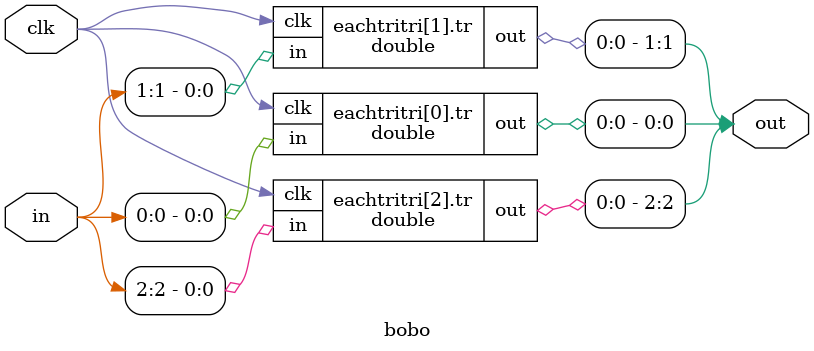
<source format=sv>
`timescale 1ns/10ps // time scale

module buf4 (dataIn, dataOut, clk);
	output logic [3:0] dataOut;
	input logic [3:0] dataIn;
	input logic clk;
		
	genvar i;
	
	generate
		for (i=0; i<4; i++) begin : eachDff
			D_FF dff (dataOut[i], dataIn[i] , 1'b0, clk);
		end
	endgenerate
	
endmodule



module buf6 (in, out, clk);
	input logic [5:0] in;
	output logic [5:0] out;
	input logic clk;
	
	genvar i;
	
	generate
		for (i=0; i<6; i++) begin : eachDff
			D_FF dff (out[i], in[i] , 1'b0, clk);
		end
	endgenerate
	
endmodule 


module buf6_2(in, out, clk);
    input logic [5:0] in;
	output logic [5:0] out;
	input logic clk;
	logic [5:0] ini;
	
	buf6 b0 (in, ini, clk);
	buf6 b1(ini, out, clk);
	
endmodule

module buf4_3 (dataIn, dataOut, clk);
	output logic [3:0] dataOut;
	input logic [3:0] dataIn;
	input logic clk;
	logic [3:0] data1, data2;
	
	buf4 b0 (dataIn, data1, clk);
	buf4 b1 (data1, data2, clk);
	buf4 b3 (data2, dataOut, clk);
	
endmodule


// 5-bit buffer
module buf5 (dataIn, dataOut,  rst, clk);
	output logic [4:0] dataOut;
	input logic [4:0] dataIn;
	input logic clk, rst;
		
	genvar i;
	
	generate
		for (i=0; i<5; i++) begin : eachDff
			D_FFi dff (dataOut[i], dataIn[i] , rst, clk);
		end
	endgenerate
	
endmodule 

module D_FFi (q, d, reset, clk);
	output reg q;
	input d, reset, clk;
	
	always_ff @(posedge clk)
	if (reset)
		q <= 1; // On reset, set to 0
	else
		q <= d; // Otherwise out = d
endmodule 

module buf5_2 (datain, dataout, rst,  clk);
	output logic [4:0] dataout;
	input logic [4:0] datain;
	input logic clk, rst;
	logic [4:0] data1, data2;
	
	buf5 b0 (datain, data1, rst,clk);
	buf5 b1 (data1, data2, rst,clk);
	buf5 b3 (data2, dataout, rst, clk);
	
endmodule 

// 9-bit buffer
module buf9 (dataIn, dataOut, clk);
	output logic [8:0] dataOut;
	input logic [8:0] dataIn;
	input logic clk;
	
	genvar i;
	
	generate
		for (i=0; i<9; i++) begin : eachDff
			D_FF dff (dataOut[i], dataIn[i] , 1'b0, clk);
		end
	endgenerate
	
endmodule 

// 12-bit buffer
module buf12 (dataIn, dataOut, clk);
	output logic [11:0] dataOut;
	input logic [11:0] dataIn;
	input logic clk;
	
	genvar i;
	
	generate
		for (i=0; i<12; i++) begin : eachDff
			D_FF dff (dataOut[i], dataIn[i] , 1'b0, clk);
		end
	endgenerate
	
endmodule 

// 16-bit buffer
module buf16 (dataIn, dataOut, clk);
	output logic [15:0] dataOut;
	input logic [15:0] dataIn;
	input logic clk;
	
	genvar i;
	
	generate
		for (i=0; i<16; i++) begin : eachDff
			D_FF dff (dataOut[i], dataIn[i] , 1'b0, clk);
		end
	endgenerate
	
endmodule

// 19-bit buffer
module buf19 (dataIn, dataOut, clk);
	output logic [18:0] dataOut;
	input logic [18:0] dataIn;
	input logic clk;
	
	genvar i;
	
	generate
		for (i=0; i<19; i++) begin : eachDff
			D_FF dff (dataOut[i], dataIn[i] , 1'b0, clk);
		end
	endgenerate
	
endmodule

module buf32(dataout, datain, rst, clk);
	output logic [31:0] dataout;
	input logic [31:0] datain;
	input logic rst, clk;
	
	genvar i;
	generate
		for (i = 0; i < 32; i++) begin : eachdff
			D_FF dff (dataout[i], datain[i], rst, clk);
		end
	endgenerate
endmodule 

// 64-bit buffer
module buf64 (dataIn, dataOut, clk);
	output logic [63:0] dataOut;
	input logic [63:0] dataIn;
	input logic clk;
	
	genvar i;
	
	generate
		for (i=0; i<64; i++) begin : eachDff
			D_FF dff (dataOut[i], dataIn[i] , 1'b0, clk);
		end
	endgenerate
	
endmodule 

module buf26 (dataIn, dataOut, clk);
	output logic [25:0] dataOut;
	input logic [25:0] dataIn;
	input logic clk;
	
	genvar i;
	
	generate
		for (i=0; i<26; i++) begin : eachDff
			D_FF dff (dataOut[i], dataIn[i] , 1'b0, clk);
		end
	endgenerate
	
endmodule 

module double (out, in, clk);
	input logic in;
	input logic clk;
	output logic out;
	logic ini;
	
	D_FF d1 (ini, in, 1'b0, clk);
	D_FF d11 (out, ini, 1'b0, clk);

endmodule

module doubleWr (out, in, rst, clk);
	input logic rst, in;
	input logic clk;
	output logic out;
	logic ini;
	
	D_FF d1 (ini, in, rst, clk);
	D_FF d11 (out, ini, rst, clk);

endmodule

module triple (out, in, clk);
	input logic in;
	input logic clk;
	output logic out;
	logic ini, inii;
	
	D_FF d1 (ini, in, 1'b0, clk);
	D_FF d11 (inii, ini, 1'b0, clk);
	D_FF d111 (out, inii, 1'b0, clk);

endmodule

module triplewr (out, in, rst ,clk);
	input logic in, rst;
	input logic clk;
	output logic out;
	logic ini, inii;
	
	D_FF d1 (ini, in, rst, clk);
	D_FF d11 (inii, ini, rst, clk);
	D_FF d111 (out, inii, rst, clk);

endmodule

module sigeyi (out, in, rst,clk);
	input logic in, rst;
	input logic clk;
	output logic [3:0] out;
	
	D_FF d1 (out[0], in, rst, clk);
	D_FF d11 (out[1], out[0], rst, clk);
	D_FF d111 (out[2], out[1], rst, clk);
	D_FF d1111 (out[3], out[2], rst, clk);

endmodule

module buffer2_2 (out, in, rst, clk);
	input logic [1:0] in;
	input logic rst, clk;
	output logic [1:0] out;
	D_FF d1 (out[0], in[0], rst, clk);
	D_FF d2 (out[1], in[1], rst, clk);

	
endmodule

module bobo (out, in, clk);
	output logic [2:0] out;
	input  logic clk;
	input logic [2:0] in;
	
	genvar i;
	
	generate
		for (i = 0; i < 3; i++)begin : eachtritri
			double tr (out[i], in[i], clk);
		end
	endgenerate
endmodule
	
</source>
